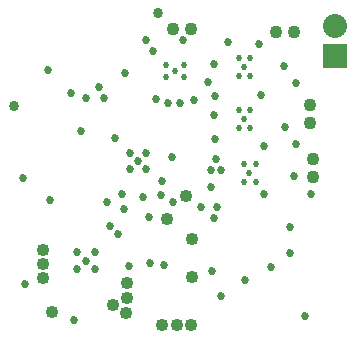
<source format=gbs>
G04 #@! TF.FileFunction,Soldermask,Bot*
%FSLAX46Y46*%
G04 Gerber Fmt 4.6, Leading zero omitted, Abs format (unit mm)*
G04 Created by KiCad (PCBNEW (2014-12-04 BZR 5312)-product) date 1/7/2015 12:55:41 AM*
%MOMM*%
G01*
G04 APERTURE LIST*
%ADD10C,0.100000*%
%ADD11C,0.520000*%
%ADD12C,1.083200*%
%ADD13C,1.100000*%
%ADD14R,2.032000X2.032000*%
%ADD15O,2.032000X2.032000*%
%ADD16C,0.685800*%
%ADD17C,0.685799*%
%ADD18C,0.863600*%
G04 APERTURE END LIST*
D10*
D11*
X69657840Y-40212040D03*
X69657840Y-38712040D03*
X70657840Y-40212040D03*
X70657840Y-38712040D03*
X70137840Y-39462040D03*
X64580800Y-31297000D03*
X63080800Y-31297000D03*
X64580800Y-30297000D03*
X63080800Y-30297000D03*
X63830800Y-30817000D03*
X69210800Y-31205200D03*
X69210800Y-29705200D03*
X70210800Y-31205200D03*
X70210800Y-29705200D03*
X69690800Y-30455200D03*
X69210800Y-35650200D03*
X69210800Y-34150200D03*
X70210800Y-35650200D03*
X70210800Y-34150200D03*
X69690800Y-34900200D03*
D12*
X59715400Y-51282600D03*
X58623200Y-50647600D03*
X59740800Y-50063400D03*
X59740800Y-48793400D03*
X52684600Y-48311800D03*
X52684600Y-47161800D03*
X53390800Y-51231800D03*
X63144400Y-43307000D03*
X64744600Y-41376600D03*
X65252600Y-45034200D03*
X65303400Y-48209200D03*
X52684600Y-45961800D03*
D13*
X63673600Y-27228800D03*
X65173600Y-27228800D03*
X75539600Y-38273600D03*
X75539600Y-39773600D03*
X75260200Y-33701600D03*
X75260200Y-35201600D03*
X72411200Y-27518360D03*
X73911200Y-27518360D03*
D14*
X77368400Y-29565600D03*
D15*
X77368400Y-27025600D03*
D12*
X65227200Y-52349400D03*
X63997840Y-52349400D03*
X62760860Y-52354480D03*
D16*
X63628504Y-41911568D03*
X58039000Y-41910000D03*
X61595000Y-43180000D03*
X55321200Y-51892200D03*
D17*
X53238400Y-41732200D03*
D16*
X73533000Y-44043600D03*
X67716400Y-49885600D03*
X73558400Y-46177200D03*
X69773800Y-48514000D03*
X59334400Y-41224200D03*
X53086000Y-30708600D03*
X61976000Y-29108400D03*
X71094600Y-32816800D03*
X70916800Y-28549600D03*
X67691000Y-39217600D03*
X71399400Y-37134800D03*
X59588400Y-31013400D03*
X74803000Y-51562000D03*
X67144910Y-43230800D03*
X63562000Y-38109000D03*
X67123637Y-30217140D03*
X57048400Y-46101000D03*
X56284600Y-46861800D03*
X57023000Y-47599600D03*
X55549800Y-47599600D03*
X55549800Y-46126400D03*
X61391800Y-37744400D03*
X60712000Y-38434000D03*
X61391800Y-39116000D03*
X60020200Y-39116000D03*
X60020200Y-37744400D03*
X55900320Y-35874960D03*
X71361300Y-41191180D03*
X51127660Y-48849280D03*
X50927000Y-39903400D03*
X63246000Y-33477200D03*
X62636400Y-41275000D03*
D18*
X50165000Y-33782000D03*
X62357000Y-25908000D03*
D16*
X62865000Y-47244000D03*
X66929000Y-47752000D03*
X57861200Y-33070800D03*
X56337200Y-33070800D03*
X57404000Y-32181800D03*
X55016400Y-32664400D03*
X62699870Y-40084591D03*
X58712000Y-36459000D03*
X67301290Y-38269090D03*
X67233800Y-36576000D03*
X67132200Y-34518600D03*
X67259200Y-32943800D03*
X62255400Y-33197800D03*
X68300600Y-28346400D03*
X58293000Y-43967400D03*
X61722000Y-47091600D03*
X59918600Y-47294800D03*
X59512200Y-42468800D03*
X61087000Y-41490870D03*
X66598800Y-31775400D03*
X65473580Y-33258760D03*
X64239140Y-33512760D03*
X66001880Y-42341800D03*
X67424320Y-42316400D03*
X66852885Y-39204863D03*
D17*
X66868040Y-40652700D03*
D16*
X73888600Y-39700200D03*
X75387200Y-41198800D03*
X61366400Y-28194000D03*
X64516000Y-28186380D03*
X74117200Y-31800800D03*
X73055480Y-30398720D03*
X74117200Y-36982400D03*
X73152000Y-35572680D03*
X59004200Y-44627800D03*
X71986140Y-47411640D03*
M02*

</source>
